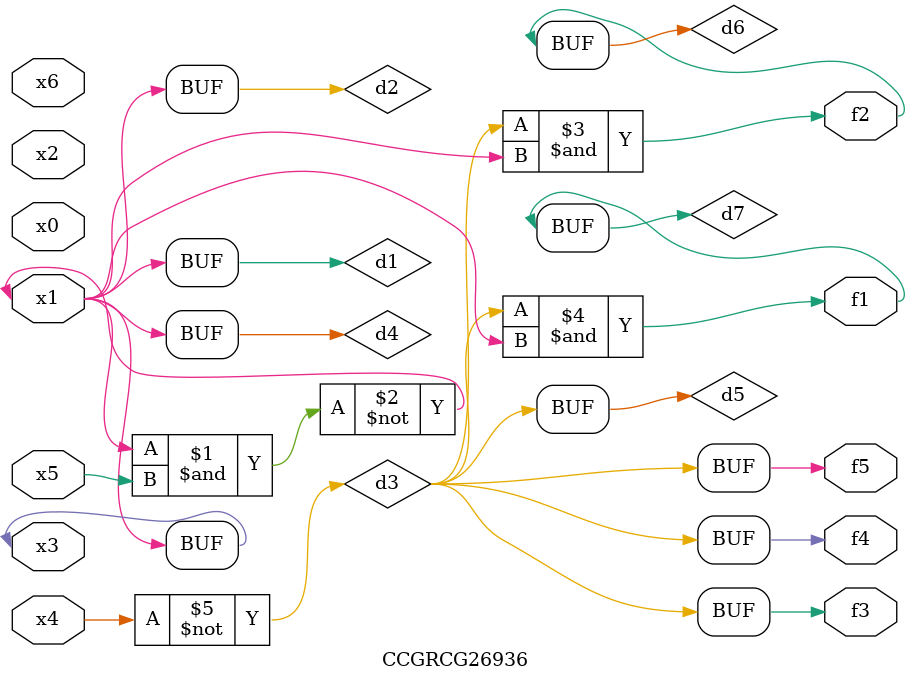
<source format=v>
module CCGRCG26936(
	input x0, x1, x2, x3, x4, x5, x6,
	output f1, f2, f3, f4, f5
);

	wire d1, d2, d3, d4, d5, d6, d7;

	buf (d1, x1, x3);
	nand (d2, x1, x5);
	not (d3, x4);
	buf (d4, d1, d2);
	buf (d5, d3);
	and (d6, d3, d4);
	and (d7, d3, d4);
	assign f1 = d7;
	assign f2 = d6;
	assign f3 = d5;
	assign f4 = d5;
	assign f5 = d5;
endmodule

</source>
